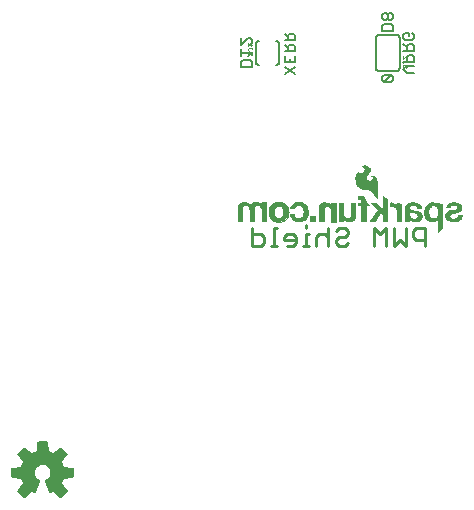
<source format=gbr>
G04 EAGLE Gerber RS-274X export*
G75*
%MOMM*%
%FSLAX34Y34*%
%LPD*%
%INSilkscreen Bottom*%
%IPPOS*%
%AMOC8*
5,1,8,0,0,1.08239X$1,22.5*%
G01*
%ADD10C,0.152400*%
%ADD11C,0.279400*%
%ADD12C,0.025400*%
%ADD13C,0.203200*%
%ADD14R,0.495300X0.485100*%

G36*
X22477Y29522D02*
X22477Y29522D01*
X22531Y29518D01*
X22634Y29536D01*
X22738Y29546D01*
X22790Y29565D01*
X22844Y29575D01*
X22939Y29618D01*
X23038Y29654D01*
X23083Y29685D01*
X23133Y29708D01*
X23264Y29801D01*
X29004Y34482D01*
X30836Y33538D01*
X30847Y33533D01*
X30858Y33527D01*
X30997Y33479D01*
X31134Y33429D01*
X31147Y33427D01*
X31159Y33423D01*
X31305Y33412D01*
X31451Y33397D01*
X31463Y33399D01*
X31476Y33398D01*
X31620Y33423D01*
X31765Y33445D01*
X31777Y33450D01*
X31789Y33453D01*
X31922Y33512D01*
X32058Y33570D01*
X32068Y33578D01*
X32079Y33583D01*
X32194Y33675D01*
X32310Y33764D01*
X32318Y33774D01*
X32327Y33782D01*
X32416Y33899D01*
X32506Y34014D01*
X32511Y34026D01*
X32519Y34036D01*
X32590Y34180D01*
X36235Y42980D01*
X36249Y43032D01*
X36272Y43081D01*
X36291Y43185D01*
X36319Y43287D01*
X36319Y43341D01*
X36329Y43394D01*
X36322Y43499D01*
X36324Y43605D01*
X36311Y43658D01*
X36307Y43711D01*
X36274Y43812D01*
X36249Y43914D01*
X36224Y43962D01*
X36207Y44013D01*
X36150Y44102D01*
X36101Y44195D01*
X36064Y44235D01*
X36035Y44281D01*
X35958Y44353D01*
X35887Y44431D01*
X35842Y44460D01*
X35802Y44497D01*
X35666Y44583D01*
X34347Y45295D01*
X33302Y46178D01*
X32460Y47255D01*
X31855Y48482D01*
X31513Y49806D01*
X31449Y51173D01*
X31666Y52523D01*
X32154Y53801D01*
X32422Y54220D01*
X32423Y54220D01*
X32892Y54952D01*
X33850Y55929D01*
X34988Y56689D01*
X36256Y57200D01*
X37602Y57442D01*
X38970Y57404D01*
X40300Y57087D01*
X41538Y56505D01*
X42631Y55683D01*
X43533Y54654D01*
X44206Y53464D01*
X44621Y52160D01*
X44762Y50797D01*
X44635Y49500D01*
X44256Y48250D01*
X43640Y47098D01*
X42812Y46089D01*
X41802Y45260D01*
X40540Y44585D01*
X40493Y44552D01*
X40442Y44527D01*
X40364Y44461D01*
X40280Y44402D01*
X40243Y44358D01*
X40200Y44321D01*
X40141Y44237D01*
X40075Y44159D01*
X40050Y44108D01*
X40017Y44061D01*
X39980Y43965D01*
X39936Y43873D01*
X39924Y43817D01*
X39904Y43764D01*
X39893Y43662D01*
X39872Y43561D01*
X39875Y43504D01*
X39869Y43448D01*
X39883Y43346D01*
X39888Y43244D01*
X39905Y43189D01*
X39913Y43133D01*
X39965Y42980D01*
X43610Y34180D01*
X43617Y34169D01*
X43620Y34157D01*
X43695Y34031D01*
X43768Y33904D01*
X43777Y33895D01*
X43783Y33884D01*
X43887Y33781D01*
X43989Y33676D01*
X44000Y33669D01*
X44009Y33660D01*
X44135Y33586D01*
X44260Y33509D01*
X44272Y33506D01*
X44283Y33499D01*
X44424Y33459D01*
X44564Y33416D01*
X44577Y33415D01*
X44589Y33412D01*
X44736Y33408D01*
X44882Y33401D01*
X44894Y33403D01*
X44907Y33403D01*
X45049Y33435D01*
X45193Y33465D01*
X45205Y33471D01*
X45217Y33473D01*
X45364Y33538D01*
X47196Y34482D01*
X52936Y29801D01*
X52983Y29772D01*
X53024Y29736D01*
X53117Y29688D01*
X53206Y29633D01*
X53258Y29616D01*
X53307Y29591D01*
X53409Y29568D01*
X53509Y29537D01*
X53564Y29534D01*
X53617Y29522D01*
X53722Y29525D01*
X53826Y29519D01*
X53880Y29530D01*
X53935Y29531D01*
X54036Y29560D01*
X54138Y29581D01*
X54188Y29604D01*
X54241Y29620D01*
X54331Y29673D01*
X54425Y29718D01*
X54467Y29753D01*
X54515Y29781D01*
X54636Y29888D01*
X59013Y34265D01*
X59046Y34308D01*
X59087Y34345D01*
X59143Y34433D01*
X59207Y34516D01*
X59229Y34566D01*
X59259Y34613D01*
X59292Y34712D01*
X59334Y34808D01*
X59342Y34862D01*
X59360Y34914D01*
X59367Y35018D01*
X59384Y35122D01*
X59378Y35177D01*
X59382Y35231D01*
X59364Y35334D01*
X59354Y35438D01*
X59335Y35490D01*
X59325Y35544D01*
X59282Y35639D01*
X59246Y35738D01*
X59215Y35783D01*
X59192Y35833D01*
X59099Y35964D01*
X54418Y41704D01*
X55362Y43536D01*
X55370Y43559D01*
X55383Y43581D01*
X55442Y43730D01*
X56070Y45693D01*
X63439Y46442D01*
X63493Y46455D01*
X63548Y46458D01*
X63647Y46490D01*
X63749Y46514D01*
X63798Y46539D01*
X63850Y46556D01*
X63939Y46612D01*
X64032Y46660D01*
X64073Y46697D01*
X64119Y46726D01*
X64191Y46803D01*
X64269Y46872D01*
X64299Y46918D01*
X64337Y46958D01*
X64388Y47050D01*
X64446Y47136D01*
X64464Y47188D01*
X64491Y47236D01*
X64517Y47338D01*
X64551Y47436D01*
X64556Y47491D01*
X64570Y47544D01*
X64580Y47705D01*
X64580Y53895D01*
X64573Y53950D01*
X64576Y54005D01*
X64554Y54107D01*
X64540Y54211D01*
X64520Y54262D01*
X64509Y54316D01*
X64462Y54409D01*
X64423Y54506D01*
X64391Y54551D01*
X64366Y54600D01*
X64298Y54679D01*
X64237Y54764D01*
X64194Y54799D01*
X64158Y54840D01*
X64072Y54900D01*
X63992Y54966D01*
X63942Y54990D01*
X63897Y55021D01*
X63798Y55057D01*
X63704Y55102D01*
X63650Y55112D01*
X63598Y55131D01*
X63439Y55158D01*
X56070Y55907D01*
X55442Y57870D01*
X55432Y57892D01*
X55426Y57916D01*
X55362Y58064D01*
X54418Y59896D01*
X59099Y65636D01*
X59128Y65683D01*
X59164Y65724D01*
X59212Y65817D01*
X59267Y65906D01*
X59284Y65958D01*
X59309Y66007D01*
X59332Y66109D01*
X59363Y66209D01*
X59366Y66264D01*
X59379Y66317D01*
X59375Y66422D01*
X59381Y66526D01*
X59371Y66580D01*
X59369Y66635D01*
X59340Y66736D01*
X59320Y66838D01*
X59296Y66888D01*
X59280Y66941D01*
X59227Y67031D01*
X59182Y67125D01*
X59147Y67167D01*
X59119Y67215D01*
X59013Y67336D01*
X54636Y71713D01*
X54592Y71746D01*
X54555Y71787D01*
X54467Y71843D01*
X54384Y71907D01*
X54334Y71929D01*
X54287Y71959D01*
X54188Y71992D01*
X54092Y72034D01*
X54038Y72042D01*
X53986Y72060D01*
X53882Y72067D01*
X53778Y72084D01*
X53723Y72078D01*
X53669Y72082D01*
X53566Y72064D01*
X53462Y72054D01*
X53410Y72035D01*
X53356Y72025D01*
X53261Y71982D01*
X53162Y71946D01*
X53117Y71915D01*
X53067Y71892D01*
X52936Y71799D01*
X47196Y67118D01*
X45364Y68062D01*
X45341Y68070D01*
X45320Y68083D01*
X45170Y68142D01*
X43207Y68770D01*
X42458Y76139D01*
X42445Y76193D01*
X42442Y76248D01*
X42410Y76347D01*
X42386Y76449D01*
X42361Y76498D01*
X42344Y76550D01*
X42288Y76639D01*
X42240Y76732D01*
X42203Y76773D01*
X42174Y76819D01*
X42097Y76891D01*
X42028Y76969D01*
X41982Y76999D01*
X41942Y77037D01*
X41850Y77088D01*
X41764Y77146D01*
X41712Y77164D01*
X41664Y77191D01*
X41563Y77217D01*
X41464Y77251D01*
X41409Y77256D01*
X41356Y77270D01*
X41195Y77280D01*
X35005Y77280D01*
X34950Y77273D01*
X34895Y77276D01*
X34793Y77254D01*
X34689Y77240D01*
X34638Y77220D01*
X34585Y77209D01*
X34491Y77162D01*
X34394Y77123D01*
X34349Y77091D01*
X34300Y77066D01*
X34221Y76998D01*
X34136Y76937D01*
X34101Y76894D01*
X34060Y76858D01*
X34000Y76772D01*
X33934Y76692D01*
X33910Y76642D01*
X33879Y76597D01*
X33843Y76498D01*
X33798Y76404D01*
X33788Y76350D01*
X33769Y76298D01*
X33742Y76139D01*
X32993Y68770D01*
X31030Y68142D01*
X31008Y68132D01*
X30984Y68126D01*
X30836Y68062D01*
X29004Y67118D01*
X23264Y71799D01*
X23217Y71828D01*
X23176Y71864D01*
X23083Y71912D01*
X22994Y71967D01*
X22942Y71984D01*
X22893Y72009D01*
X22791Y72032D01*
X22691Y72063D01*
X22636Y72066D01*
X22583Y72079D01*
X22478Y72075D01*
X22374Y72081D01*
X22320Y72071D01*
X22265Y72069D01*
X22164Y72040D01*
X22062Y72020D01*
X22012Y71996D01*
X21959Y71980D01*
X21869Y71927D01*
X21775Y71882D01*
X21733Y71847D01*
X21685Y71819D01*
X21565Y71713D01*
X17188Y67336D01*
X17154Y67292D01*
X17113Y67255D01*
X17057Y67167D01*
X16993Y67084D01*
X16971Y67034D01*
X16941Y66987D01*
X16908Y66888D01*
X16866Y66792D01*
X16858Y66738D01*
X16840Y66686D01*
X16833Y66582D01*
X16816Y66478D01*
X16822Y66423D01*
X16818Y66369D01*
X16836Y66266D01*
X16846Y66162D01*
X16865Y66110D01*
X16875Y66056D01*
X16918Y65961D01*
X16954Y65862D01*
X16985Y65817D01*
X17008Y65767D01*
X17101Y65636D01*
X21782Y59896D01*
X20838Y58064D01*
X20830Y58041D01*
X20817Y58020D01*
X20758Y57870D01*
X20130Y55907D01*
X12761Y55158D01*
X12707Y55145D01*
X12652Y55142D01*
X12553Y55110D01*
X12451Y55086D01*
X12402Y55061D01*
X12350Y55044D01*
X12261Y54988D01*
X12168Y54940D01*
X12127Y54903D01*
X12081Y54874D01*
X12009Y54797D01*
X11931Y54728D01*
X11901Y54682D01*
X11863Y54642D01*
X11812Y54550D01*
X11754Y54464D01*
X11736Y54412D01*
X11709Y54364D01*
X11683Y54263D01*
X11649Y54164D01*
X11644Y54109D01*
X11630Y54056D01*
X11620Y53895D01*
X11620Y47705D01*
X11627Y47650D01*
X11625Y47595D01*
X11647Y47493D01*
X11660Y47389D01*
X11680Y47338D01*
X11691Y47285D01*
X11738Y47191D01*
X11777Y47094D01*
X11809Y47049D01*
X11834Y47000D01*
X11902Y46921D01*
X11963Y46836D01*
X12006Y46801D01*
X12042Y46760D01*
X12128Y46700D01*
X12208Y46634D01*
X12258Y46610D01*
X12304Y46579D01*
X12402Y46543D01*
X12496Y46498D01*
X12550Y46488D01*
X12602Y46469D01*
X12761Y46442D01*
X20130Y45693D01*
X20758Y43730D01*
X20768Y43708D01*
X20774Y43684D01*
X20838Y43536D01*
X21782Y41704D01*
X17101Y35964D01*
X17072Y35917D01*
X17036Y35876D01*
X16988Y35783D01*
X16933Y35694D01*
X16916Y35642D01*
X16891Y35593D01*
X16868Y35491D01*
X16837Y35391D01*
X16834Y35336D01*
X16822Y35283D01*
X16825Y35178D01*
X16819Y35074D01*
X16830Y35020D01*
X16831Y34965D01*
X16860Y34864D01*
X16881Y34762D01*
X16904Y34712D01*
X16920Y34659D01*
X16973Y34569D01*
X17018Y34475D01*
X17053Y34433D01*
X17081Y34385D01*
X17188Y34265D01*
X21565Y29888D01*
X21608Y29854D01*
X21645Y29813D01*
X21733Y29757D01*
X21816Y29693D01*
X21866Y29671D01*
X21913Y29641D01*
X22012Y29608D01*
X22108Y29566D01*
X22162Y29558D01*
X22214Y29540D01*
X22318Y29533D01*
X22422Y29516D01*
X22477Y29522D01*
G37*
G36*
X321634Y282747D02*
X321634Y282747D01*
X321676Y282762D01*
X321678Y282767D01*
X321682Y282769D01*
X321711Y282842D01*
X321715Y282853D01*
X321715Y282854D01*
X321715Y298018D01*
X321713Y298023D01*
X321715Y298029D01*
X321645Y298860D01*
X321639Y298871D01*
X321640Y298886D01*
X321400Y299685D01*
X321392Y299695D01*
X321390Y299709D01*
X320989Y300441D01*
X320979Y300449D01*
X320974Y300462D01*
X320504Y301012D01*
X320493Y301017D01*
X320486Y301029D01*
X319916Y301474D01*
X319904Y301477D01*
X319894Y301487D01*
X319246Y301808D01*
X319234Y301809D01*
X319222Y301817D01*
X318523Y302001D01*
X318512Y302000D01*
X318501Y302005D01*
X317561Y302078D01*
X317552Y302075D01*
X317541Y302078D01*
X316601Y302005D01*
X316597Y302003D01*
X316591Y302004D01*
X316108Y301928D01*
X316069Y301903D01*
X316029Y301882D01*
X316028Y301878D01*
X316025Y301876D01*
X316015Y301831D01*
X316003Y301787D01*
X316005Y301783D01*
X316004Y301779D01*
X316029Y301741D01*
X316053Y301702D01*
X316057Y301701D01*
X316059Y301698D01*
X316100Y301689D01*
X316140Y301677D01*
X316298Y301693D01*
X316436Y301665D01*
X316569Y301594D01*
X317393Y300995D01*
X317511Y300881D01*
X317583Y300743D01*
X317676Y300328D01*
X317676Y299900D01*
X317583Y299484D01*
X317377Y299080D01*
X317064Y298752D01*
X316458Y298387D01*
X315780Y298180D01*
X315069Y298145D01*
X314459Y298242D01*
X313873Y298440D01*
X313330Y298733D01*
X312905Y299098D01*
X312590Y299558D01*
X312404Y300083D01*
X312361Y300639D01*
X312463Y301187D01*
X312703Y301690D01*
X313073Y302125D01*
X313271Y302335D01*
X313866Y302966D01*
X314461Y303597D01*
X314526Y303666D01*
X314529Y303676D01*
X314538Y303682D01*
X315725Y305440D01*
X315727Y305453D01*
X315737Y305463D01*
X316017Y306151D01*
X316016Y306166D01*
X316025Y306181D01*
X316124Y306916D01*
X316120Y306931D01*
X316125Y306948D01*
X316038Y307685D01*
X316030Y307698D01*
X316030Y307716D01*
X315763Y308408D01*
X315752Y308419D01*
X315748Y308436D01*
X315317Y309039D01*
X315307Y309046D01*
X315301Y309058D01*
X314605Y309716D01*
X314597Y309719D01*
X314592Y309727D01*
X313815Y310287D01*
X313805Y310290D01*
X313797Y310298D01*
X313017Y310686D01*
X313005Y310687D01*
X312994Y310695D01*
X312154Y310926D01*
X312142Y310925D01*
X312130Y310931D01*
X311262Y310997D01*
X311252Y310993D01*
X311240Y310997D01*
X310340Y310911D01*
X310331Y310907D01*
X310321Y310908D01*
X309443Y310688D01*
X309435Y310682D01*
X309423Y310681D01*
X309195Y310580D01*
X308839Y310428D01*
X308838Y310428D01*
X308334Y310207D01*
X308324Y310196D01*
X308307Y310191D01*
X307872Y309853D01*
X307869Y309846D01*
X307861Y309842D01*
X307836Y309817D01*
X307833Y309816D01*
X307798Y309724D01*
X307839Y309635D01*
X307924Y309602D01*
X308527Y309602D01*
X309038Y309545D01*
X309528Y309406D01*
X310009Y309151D01*
X310404Y308781D01*
X310690Y308321D01*
X310847Y307802D01*
X310859Y307499D01*
X310800Y307199D01*
X310594Y306705D01*
X310311Y306247D01*
X309960Y305837D01*
X309548Y305483D01*
X308646Y304832D01*
X308158Y304583D01*
X307629Y304485D01*
X307090Y304543D01*
X306916Y304608D01*
X306555Y304857D01*
X306281Y305196D01*
X306237Y305299D01*
X306221Y305419D01*
X306221Y306299D01*
X306204Y306340D01*
X306190Y306382D01*
X306185Y306385D01*
X306183Y306390D01*
X306142Y306406D01*
X306102Y306425D01*
X306096Y306423D01*
X306091Y306425D01*
X306064Y306413D01*
X306015Y306397D01*
X304889Y305476D01*
X304883Y305464D01*
X304871Y305457D01*
X303964Y304320D01*
X303961Y304309D01*
X303952Y304301D01*
X303450Y303367D01*
X303449Y303357D01*
X303443Y303349D01*
X303085Y302352D01*
X303085Y302342D01*
X303080Y302333D01*
X302873Y301294D01*
X302875Y301284D01*
X302874Y301282D01*
X302875Y301282D01*
X302871Y301273D01*
X302811Y299345D01*
X302815Y299334D01*
X302812Y299322D01*
X303100Y297415D01*
X303106Y297405D01*
X303106Y297393D01*
X303734Y295569D01*
X303741Y295560D01*
X303743Y295548D01*
X304690Y293867D01*
X304698Y293861D01*
X304701Y293850D01*
X305586Y292743D01*
X305593Y292740D01*
X305595Y292734D01*
X305596Y292734D01*
X305598Y292730D01*
X306629Y291758D01*
X306637Y291755D01*
X306643Y291747D01*
X307800Y290930D01*
X307810Y290928D01*
X307818Y290920D01*
X309048Y290320D01*
X309059Y290319D01*
X309069Y290311D01*
X310388Y289943D01*
X310399Y289945D01*
X310410Y289939D01*
X311774Y289815D01*
X311779Y289817D01*
X311785Y289815D01*
X314060Y289815D01*
X314428Y289750D01*
X314779Y289623D01*
X315769Y289034D01*
X316623Y288252D01*
X321495Y282770D01*
X321499Y282768D01*
X321501Y282763D01*
X321543Y282747D01*
X321584Y282728D01*
X321588Y282730D01*
X321593Y282728D01*
X321634Y282747D01*
G37*
G36*
X373001Y254053D02*
X373001Y254053D01*
X373003Y254052D01*
X373024Y254061D01*
X373084Y254084D01*
X377224Y257818D01*
X377226Y257824D01*
X377232Y257827D01*
X377256Y257887D01*
X377265Y257908D01*
X377264Y257910D01*
X377265Y257912D01*
X377265Y278486D01*
X377250Y278523D01*
X377240Y278562D01*
X377231Y278568D01*
X377227Y278577D01*
X377199Y278588D01*
X377163Y278610D01*
X373277Y279346D01*
X373262Y279343D01*
X373247Y279348D01*
X373215Y279333D01*
X373180Y279325D01*
X373172Y279312D01*
X373159Y279306D01*
X373144Y279267D01*
X373128Y279242D01*
X373131Y279231D01*
X373127Y279220D01*
X373151Y277303D01*
X373017Y277452D01*
X373016Y277453D01*
X373016Y277454D01*
X372127Y278419D01*
X372121Y278421D01*
X372117Y278428D01*
X371774Y278729D01*
X371763Y278733D01*
X371755Y278743D01*
X371361Y278976D01*
X371352Y278977D01*
X371344Y278984D01*
X370023Y279517D01*
X370012Y279517D01*
X370002Y279524D01*
X369520Y279626D01*
X369508Y279623D01*
X369496Y279628D01*
X367515Y279653D01*
X367504Y279649D01*
X367492Y279651D01*
X366407Y279468D01*
X366397Y279461D01*
X366383Y279461D01*
X365358Y279061D01*
X365351Y279053D01*
X365339Y279051D01*
X364437Y278510D01*
X364432Y278504D01*
X364423Y278501D01*
X363599Y277848D01*
X363593Y277838D01*
X363583Y277833D01*
X362791Y276943D01*
X362787Y276930D01*
X362775Y276921D01*
X362196Y275880D01*
X362194Y275868D01*
X362186Y275857D01*
X361512Y273744D01*
X361513Y273733D01*
X361507Y273722D01*
X361224Y271522D01*
X361227Y271511D01*
X361223Y271499D01*
X361341Y269284D01*
X361346Y269274D01*
X361344Y269262D01*
X361667Y267886D01*
X361674Y267877D01*
X361674Y267865D01*
X362230Y266565D01*
X362238Y266557D01*
X362240Y266546D01*
X363012Y265361D01*
X363021Y265355D01*
X363026Y265344D01*
X363683Y264637D01*
X363693Y264633D01*
X363699Y264623D01*
X364467Y264038D01*
X364478Y264036D01*
X364485Y264027D01*
X365341Y263581D01*
X365352Y263580D01*
X365361Y263572D01*
X366280Y263278D01*
X366290Y263279D01*
X366300Y263273D01*
X367512Y263084D01*
X367521Y263086D01*
X367530Y263083D01*
X368757Y263066D01*
X368765Y263069D01*
X368775Y263067D01*
X369992Y263222D01*
X370002Y263227D01*
X370014Y263227D01*
X370858Y263491D01*
X370868Y263499D01*
X370883Y263502D01*
X371652Y263939D01*
X371660Y263949D01*
X371674Y263954D01*
X372334Y264544D01*
X372340Y264556D01*
X372352Y264564D01*
X372872Y265280D01*
X372873Y265282D01*
X372873Y254178D01*
X372891Y254134D01*
X372908Y254091D01*
X372910Y254090D01*
X372911Y254087D01*
X372955Y254070D01*
X372999Y254052D01*
X373001Y254053D01*
G37*
G36*
X207571Y263400D02*
X207571Y263400D01*
X207573Y263399D01*
X207616Y263419D01*
X207660Y263437D01*
X207660Y263439D01*
X207662Y263440D01*
X207695Y263525D01*
X207695Y273804D01*
X207802Y274684D01*
X208114Y275506D01*
X208375Y275890D01*
X208718Y276203D01*
X209124Y276429D01*
X209572Y276557D01*
X210476Y276625D01*
X211379Y276533D01*
X211789Y276407D01*
X212161Y276197D01*
X212176Y276183D01*
X212317Y276057D01*
X212457Y275930D01*
X212479Y275911D01*
X212864Y275383D01*
X213137Y274788D01*
X213286Y274149D01*
X213361Y273046D01*
X213361Y263525D01*
X213362Y263523D01*
X213361Y263521D01*
X213381Y263478D01*
X213399Y263434D01*
X213401Y263434D01*
X213402Y263432D01*
X213487Y263399D01*
X217805Y263399D01*
X217807Y263400D01*
X217809Y263399D01*
X217852Y263419D01*
X217896Y263437D01*
X217896Y263439D01*
X217898Y263440D01*
X217931Y263525D01*
X217931Y274084D01*
X218011Y274747D01*
X218242Y275366D01*
X218612Y275913D01*
X218959Y276231D01*
X219368Y276464D01*
X219818Y276600D01*
X220295Y276632D01*
X221143Y276582D01*
X221583Y276500D01*
X221987Y276322D01*
X222342Y276056D01*
X223161Y275112D01*
X223445Y274574D01*
X223576Y273983D01*
X223546Y273361D01*
X223547Y273358D01*
X223546Y273355D01*
X223546Y263550D01*
X223547Y263548D01*
X223546Y263546D01*
X223566Y263503D01*
X223584Y263459D01*
X223586Y263459D01*
X223587Y263457D01*
X223672Y263424D01*
X227990Y263424D01*
X227992Y263425D01*
X227994Y263424D01*
X228037Y263444D01*
X228081Y263462D01*
X228081Y263464D01*
X228083Y263465D01*
X228116Y263550D01*
X228116Y279603D01*
X228115Y279605D01*
X228116Y279607D01*
X228096Y279650D01*
X228078Y279694D01*
X228076Y279694D01*
X228075Y279696D01*
X227990Y279729D01*
X224003Y279729D01*
X224001Y279728D01*
X223999Y279729D01*
X223956Y279709D01*
X223912Y279691D01*
X223912Y279689D01*
X223910Y279688D01*
X223877Y279603D01*
X223877Y277550D01*
X223846Y277557D01*
X223544Y277953D01*
X223538Y277956D01*
X223535Y277964D01*
X222773Y278751D01*
X222765Y278754D01*
X222761Y278761D01*
X221999Y279373D01*
X221985Y279377D01*
X221973Y279390D01*
X221083Y279794D01*
X221071Y279794D01*
X221060Y279802D01*
X219968Y280056D01*
X219959Y280055D01*
X219951Y280059D01*
X218579Y280186D01*
X218569Y280183D01*
X218558Y280186D01*
X217601Y280117D01*
X217590Y280111D01*
X217576Y280112D01*
X216653Y279852D01*
X216643Y279844D01*
X216630Y279842D01*
X215840Y279439D01*
X215832Y279430D01*
X215819Y279426D01*
X215121Y278880D01*
X215115Y278869D01*
X215103Y278863D01*
X214521Y278194D01*
X214518Y278182D01*
X214507Y278174D01*
X214127Y277516D01*
X214085Y277558D01*
X213630Y278039D01*
X213627Y278040D01*
X213626Y278043D01*
X212838Y278802D01*
X212829Y278805D01*
X212824Y278814D01*
X211935Y279452D01*
X211924Y279454D01*
X211916Y279462D01*
X211111Y279856D01*
X211099Y279856D01*
X211088Y279864D01*
X210223Y280096D01*
X210211Y280094D01*
X210199Y280100D01*
X209305Y280161D01*
X209296Y280158D01*
X209285Y280161D01*
X208006Y280054D01*
X207999Y280050D01*
X207992Y280052D01*
X206732Y279803D01*
X206723Y279797D01*
X206711Y279797D01*
X205845Y279471D01*
X205835Y279461D01*
X205820Y279458D01*
X205046Y278951D01*
X205039Y278939D01*
X205025Y278933D01*
X204379Y278269D01*
X204376Y278259D01*
X204372Y278258D01*
X204371Y278254D01*
X204363Y278248D01*
X203775Y277309D01*
X203773Y277296D01*
X203763Y277286D01*
X203377Y276247D01*
X203378Y276234D01*
X203371Y276222D01*
X203202Y275126D01*
X203205Y275117D01*
X203201Y275107D01*
X203201Y263525D01*
X203202Y263523D01*
X203201Y263521D01*
X203221Y263478D01*
X203239Y263434D01*
X203241Y263434D01*
X203242Y263432D01*
X203327Y263399D01*
X207569Y263399D01*
X207571Y263400D01*
G37*
G36*
X355451Y263069D02*
X355451Y263069D01*
X355462Y263074D01*
X355476Y263072D01*
X356848Y263380D01*
X356859Y263388D01*
X356874Y263389D01*
X358143Y263995D01*
X358152Y264005D01*
X358166Y264009D01*
X358614Y264351D01*
X358620Y264361D01*
X358632Y264367D01*
X359009Y264787D01*
X359013Y264798D01*
X359023Y264806D01*
X359315Y265289D01*
X359317Y265300D01*
X359325Y265310D01*
X359698Y266303D01*
X359698Y266314D01*
X359704Y266325D01*
X359893Y267369D01*
X359890Y267380D01*
X359895Y267392D01*
X359892Y268453D01*
X359889Y268460D01*
X359891Y268463D01*
X359888Y268470D01*
X359889Y268480D01*
X359683Y269421D01*
X359674Y269433D01*
X359673Y269450D01*
X359244Y270312D01*
X359234Y270321D01*
X359229Y270336D01*
X358731Y270945D01*
X358726Y270948D01*
X358724Y270952D01*
X358718Y270954D01*
X358713Y270963D01*
X358103Y271461D01*
X358091Y271464D01*
X358082Y271475D01*
X357386Y271841D01*
X357375Y271842D01*
X357366Y271849D01*
X355881Y272333D01*
X355873Y272332D01*
X355864Y272337D01*
X354327Y272615D01*
X354323Y272614D01*
X354318Y272617D01*
X352112Y272845D01*
X350806Y273071D01*
X350337Y273236D01*
X349909Y273482D01*
X349625Y273743D01*
X349565Y273830D01*
X349523Y273927D01*
X349412Y274448D01*
X349412Y274979D01*
X349523Y275500D01*
X349662Y275814D01*
X349861Y276093D01*
X350114Y276327D01*
X350428Y276520D01*
X350774Y276648D01*
X351143Y276709D01*
X352498Y276759D01*
X353085Y276705D01*
X353646Y276540D01*
X354110Y276285D01*
X354500Y275929D01*
X354795Y275491D01*
X354979Y274996D01*
X355042Y274465D01*
X355042Y274422D01*
X355043Y274420D01*
X355042Y274418D01*
X355062Y274375D01*
X355080Y274331D01*
X355082Y274331D01*
X355083Y274329D01*
X355168Y274296D01*
X359309Y274296D01*
X359310Y274294D01*
X359352Y274284D01*
X359394Y274270D01*
X359400Y274273D01*
X359406Y274272D01*
X359431Y274288D01*
X359476Y274309D01*
X359501Y274334D01*
X359501Y274335D01*
X359517Y274377D01*
X359536Y274426D01*
X359536Y274427D01*
X359516Y274469D01*
X359497Y274512D01*
X359375Y275403D01*
X359369Y275414D01*
X359369Y275429D01*
X359035Y276370D01*
X359026Y276380D01*
X359023Y276394D01*
X358504Y277247D01*
X358493Y277255D01*
X358488Y277268D01*
X357805Y277998D01*
X357793Y278003D01*
X357785Y278015D01*
X356968Y278589D01*
X356956Y278592D01*
X356947Y278601D01*
X355789Y279130D01*
X355779Y279130D01*
X355770Y279137D01*
X354541Y279471D01*
X354532Y279470D01*
X354523Y279474D01*
X352783Y279688D01*
X352775Y279685D01*
X352767Y279688D01*
X351013Y279680D01*
X351006Y279677D01*
X350997Y279679D01*
X349258Y279449D01*
X349250Y279444D01*
X349239Y279445D01*
X347825Y279020D01*
X347816Y279012D01*
X347802Y279011D01*
X346499Y278317D01*
X346490Y278307D01*
X346476Y278302D01*
X345914Y277819D01*
X345907Y277805D01*
X345893Y277796D01*
X345466Y277191D01*
X345463Y277176D01*
X345451Y277164D01*
X345184Y276473D01*
X345185Y276458D01*
X345177Y276443D01*
X345086Y275708D01*
X345088Y275700D01*
X345085Y275692D01*
X345085Y270866D01*
X345086Y270864D01*
X345085Y270862D01*
X345092Y270847D01*
X345060Y270763D01*
X345085Y266425D01*
X344983Y265088D01*
X344634Y263793D01*
X344560Y263594D01*
X344561Y263569D01*
X344552Y263546D01*
X344563Y263522D01*
X344564Y263496D01*
X344583Y263479D01*
X344593Y263457D01*
X344620Y263446D01*
X344638Y263430D01*
X344657Y263432D01*
X344678Y263424D01*
X348712Y263424D01*
X348748Y263421D01*
X348776Y263430D01*
X348816Y263434D01*
X348853Y263453D01*
X348872Y263475D01*
X348904Y263499D01*
X348926Y263535D01*
X348928Y263552D01*
X348940Y263568D01*
X349016Y263848D01*
X349015Y263851D01*
X349017Y263854D01*
X349244Y264883D01*
X349254Y264906D01*
X349260Y264912D01*
X349268Y264914D01*
X349277Y264913D01*
X349301Y264897D01*
X350128Y264194D01*
X350139Y264190D01*
X350148Y264180D01*
X351099Y263640D01*
X351110Y263639D01*
X351120Y263631D01*
X352155Y263278D01*
X352167Y263279D01*
X352177Y263273D01*
X353795Y263032D01*
X353805Y263035D01*
X353816Y263031D01*
X355451Y263069D01*
G37*
G36*
X330584Y263298D02*
X330584Y263298D01*
X330587Y263297D01*
X330670Y263334D01*
X330721Y263385D01*
X330723Y263388D01*
X330725Y263389D01*
X330758Y263474D01*
X330758Y282804D01*
X330750Y282823D01*
X330752Y282843D01*
X330731Y282870D01*
X330720Y282895D01*
X330706Y282900D01*
X330695Y282914D01*
X326555Y285276D01*
X326520Y285280D01*
X326488Y285292D01*
X326473Y285285D01*
X326457Y285287D01*
X326430Y285265D01*
X326399Y285251D01*
X326392Y285235D01*
X326380Y285225D01*
X326378Y285198D01*
X326366Y285166D01*
X326366Y273736D01*
X320891Y279210D01*
X320888Y279212D01*
X320887Y279214D01*
X320802Y279247D01*
X316128Y279247D01*
X316126Y279247D01*
X316125Y279247D01*
X316081Y279227D01*
X316037Y279209D01*
X316037Y279207D01*
X316035Y279206D01*
X316019Y279162D01*
X316002Y279117D01*
X316003Y279115D01*
X316002Y279114D01*
X316040Y279031D01*
X321731Y273465D01*
X315134Y263570D01*
X315127Y263532D01*
X315113Y263495D01*
X315118Y263485D01*
X315116Y263473D01*
X315138Y263442D01*
X315155Y263406D01*
X315166Y263402D01*
X315172Y263393D01*
X315202Y263388D01*
X315240Y263374D01*
X320320Y263399D01*
X320337Y263406D01*
X320355Y263404D01*
X320384Y263426D01*
X320410Y263438D01*
X320415Y263450D01*
X320427Y263460D01*
X324660Y270438D01*
X326315Y268831D01*
X326315Y263423D01*
X326316Y263421D01*
X326315Y263419D01*
X326335Y263376D01*
X326353Y263332D01*
X326355Y263332D01*
X326356Y263330D01*
X326441Y263297D01*
X330581Y263297D01*
X330584Y263298D01*
G37*
G36*
X299016Y262997D02*
X299016Y262997D01*
X299027Y262994D01*
X300060Y263141D01*
X300071Y263147D01*
X300084Y263147D01*
X301070Y263490D01*
X301079Y263498D01*
X301092Y263500D01*
X301994Y264026D01*
X302001Y264036D01*
X302014Y264041D01*
X302268Y264269D01*
X302274Y264280D01*
X302285Y264288D01*
X302946Y265173D01*
X302948Y265184D01*
X302958Y265193D01*
X303446Y266183D01*
X303446Y266195D01*
X303454Y266205D01*
X303754Y267268D01*
X303752Y267279D01*
X303758Y267291D01*
X303859Y268390D01*
X303857Y268396D01*
X303859Y268402D01*
X303859Y279197D01*
X303858Y279199D01*
X303859Y279201D01*
X303839Y279244D01*
X303821Y279288D01*
X303819Y279288D01*
X303818Y279290D01*
X303733Y279323D01*
X299593Y279323D01*
X299591Y279322D01*
X299589Y279323D01*
X299546Y279303D01*
X299502Y279285D01*
X299502Y279283D01*
X299500Y279282D01*
X299467Y279197D01*
X299467Y269200D01*
X299318Y268370D01*
X298975Y267602D01*
X298703Y267240D01*
X298362Y266939D01*
X297967Y266714D01*
X297278Y266491D01*
X296559Y266411D01*
X295838Y266478D01*
X295147Y266690D01*
X294637Y266978D01*
X294206Y267375D01*
X293879Y267860D01*
X293670Y268410D01*
X293445Y269614D01*
X293369Y270844D01*
X293369Y279146D01*
X293368Y279148D01*
X293369Y279150D01*
X293349Y279193D01*
X293331Y279237D01*
X293329Y279237D01*
X293328Y279239D01*
X293243Y279272D01*
X289027Y279272D01*
X289025Y279271D01*
X289023Y279272D01*
X288980Y279252D01*
X288936Y279234D01*
X288936Y279232D01*
X288934Y279231D01*
X288901Y279146D01*
X288901Y263525D01*
X288902Y263523D01*
X288901Y263521D01*
X288921Y263478D01*
X288939Y263434D01*
X288941Y263434D01*
X288942Y263432D01*
X289027Y263399D01*
X293040Y263399D01*
X293042Y263400D01*
X293044Y263399D01*
X293087Y263419D01*
X293131Y263437D01*
X293131Y263439D01*
X293133Y263440D01*
X293166Y263525D01*
X293166Y265582D01*
X293673Y264941D01*
X293681Y264937D01*
X293685Y264928D01*
X294512Y264143D01*
X294521Y264140D01*
X294526Y264132D01*
X295456Y263473D01*
X295465Y263471D01*
X295473Y263463D01*
X295718Y263341D01*
X295729Y263340D01*
X295738Y263333D01*
X296000Y263252D01*
X296009Y263253D01*
X296018Y263248D01*
X297496Y263025D01*
X297504Y263027D01*
X297512Y263023D01*
X299006Y262993D01*
X299016Y262997D01*
G37*
G36*
X286539Y263324D02*
X286539Y263324D01*
X286541Y263323D01*
X286584Y263343D01*
X286628Y263361D01*
X286628Y263363D01*
X286630Y263364D01*
X286663Y263449D01*
X286663Y279171D01*
X286662Y279173D01*
X286663Y279175D01*
X286643Y279218D01*
X286625Y279262D01*
X286623Y279262D01*
X286622Y279264D01*
X286537Y279297D01*
X282499Y279297D01*
X282497Y279296D01*
X282495Y279297D01*
X282452Y279277D01*
X282408Y279259D01*
X282408Y279257D01*
X282406Y279256D01*
X282373Y279171D01*
X282373Y277103D01*
X282331Y277132D01*
X282217Y277268D01*
X281940Y277646D01*
X281936Y277648D01*
X281934Y277653D01*
X281532Y278126D01*
X281525Y278130D01*
X281521Y278138D01*
X281326Y278314D01*
X281186Y278440D01*
X281060Y278554D01*
X281050Y278557D01*
X281042Y278567D01*
X280144Y279134D01*
X280131Y279137D01*
X280120Y279146D01*
X279124Y279515D01*
X279111Y279515D01*
X279098Y279522D01*
X278046Y279677D01*
X278036Y279674D01*
X278025Y279678D01*
X276019Y279628D01*
X276009Y279624D01*
X275996Y279626D01*
X275019Y279420D01*
X275007Y279412D01*
X274991Y279411D01*
X274086Y278989D01*
X274077Y278978D01*
X274062Y278974D01*
X273277Y278356D01*
X273271Y278345D01*
X273259Y278339D01*
X272770Y277764D01*
X272767Y277753D01*
X272757Y277746D01*
X272373Y277097D01*
X272371Y277086D01*
X272363Y277077D01*
X272094Y276372D01*
X272094Y276363D01*
X272089Y276354D01*
X271849Y275247D01*
X271851Y275238D01*
X271847Y275230D01*
X271756Y274101D01*
X271758Y274096D01*
X271756Y274091D01*
X271756Y263550D01*
X271757Y263548D01*
X271756Y263546D01*
X271776Y263503D01*
X271794Y263459D01*
X271796Y263459D01*
X271797Y263457D01*
X271882Y263424D01*
X275971Y263424D01*
X275973Y263425D01*
X275975Y263424D01*
X276018Y263444D01*
X276062Y263462D01*
X276062Y263464D01*
X276064Y263465D01*
X276097Y263550D01*
X276097Y273196D01*
X276162Y273914D01*
X276353Y274602D01*
X276663Y275244D01*
X276959Y275631D01*
X277333Y275940D01*
X277768Y276157D01*
X278068Y276234D01*
X278384Y276251D01*
X279489Y276201D01*
X280045Y276114D01*
X280561Y275910D01*
X281018Y275596D01*
X281535Y275027D01*
X281898Y274348D01*
X282115Y273598D01*
X282195Y272815D01*
X282195Y263449D01*
X282196Y263447D01*
X282195Y263445D01*
X282215Y263402D01*
X282233Y263358D01*
X282235Y263358D01*
X282236Y263356D01*
X282321Y263323D01*
X286537Y263323D01*
X286539Y263324D01*
G37*
G36*
X238253Y263252D02*
X238253Y263252D01*
X238269Y263248D01*
X241266Y263654D01*
X241287Y263666D01*
X241316Y263672D01*
X244161Y265450D01*
X244175Y265471D01*
X244200Y265489D01*
X245800Y267978D01*
X245804Y268001D01*
X245819Y268026D01*
X246429Y271912D01*
X246423Y271934D01*
X246427Y271960D01*
X245614Y275516D01*
X245599Y275537D01*
X245590Y275566D01*
X243456Y278284D01*
X243434Y278296D01*
X243413Y278319D01*
X240035Y279996D01*
X240015Y279997D01*
X239994Y280008D01*
X238521Y280185D01*
X238514Y280183D01*
X238506Y280186D01*
X238455Y280186D01*
X238435Y280178D01*
X238409Y280177D01*
X238282Y280127D01*
X238261Y280107D01*
X238235Y280095D01*
X238226Y280073D01*
X238211Y280059D01*
X238212Y280035D01*
X238202Y280010D01*
X238202Y277089D01*
X238219Y277049D01*
X238231Y277008D01*
X238238Y277004D01*
X238240Y276998D01*
X238268Y276987D01*
X238311Y276964D01*
X239406Y276814D01*
X240554Y276179D01*
X241342Y275095D01*
X241738Y274206D01*
X242012Y272732D01*
X242063Y270873D01*
X241888Y269625D01*
X241513Y268476D01*
X240975Y267449D01*
X239327Y266441D01*
X237579Y266219D01*
X235828Y266811D01*
X235758Y266875D01*
X235480Y267128D01*
X235202Y267380D01*
X235063Y267506D01*
X234786Y267759D01*
X234785Y267759D01*
X234749Y267792D01*
X234206Y269002D01*
X233831Y270550D01*
X233831Y271975D01*
X234082Y273904D01*
X234826Y275516D01*
X235660Y276325D01*
X236613Y276838D01*
X237800Y276937D01*
X237896Y276937D01*
X237899Y276938D01*
X237902Y276937D01*
X237944Y276957D01*
X237987Y276975D01*
X237988Y276978D01*
X237991Y276980D01*
X238022Y277065D01*
X237996Y278653D01*
X237993Y278779D01*
X237993Y278780D01*
X237991Y278906D01*
X237989Y279032D01*
X237987Y279158D01*
X237985Y279284D01*
X237985Y279285D01*
X237983Y279411D01*
X237981Y279537D01*
X237979Y279663D01*
X237976Y279789D01*
X237976Y279790D01*
X237974Y279916D01*
X237972Y280037D01*
X237968Y280046D01*
X237971Y280055D01*
X237949Y280090D01*
X237932Y280127D01*
X237924Y280130D01*
X237919Y280138D01*
X237867Y280151D01*
X237840Y280161D01*
X237835Y280159D01*
X237830Y280160D01*
X235823Y279906D01*
X235812Y279900D01*
X235798Y279900D01*
X234172Y279341D01*
X234160Y279330D01*
X234141Y279326D01*
X232160Y277955D01*
X232152Y277942D01*
X232136Y277933D01*
X231044Y276663D01*
X231039Y276647D01*
X231025Y276632D01*
X229984Y274295D01*
X229983Y274278D01*
X229974Y274260D01*
X229694Y272075D01*
X229698Y272060D01*
X229694Y272044D01*
X229948Y269936D01*
X229952Y269928D01*
X229951Y269917D01*
X230637Y267453D01*
X230648Y267439D01*
X230652Y267420D01*
X231465Y266125D01*
X231477Y266116D01*
X231485Y266101D01*
X232679Y264958D01*
X232688Y264954D01*
X232693Y264946D01*
X233810Y264159D01*
X233827Y264155D01*
X233842Y264143D01*
X235696Y263508D01*
X235710Y263509D01*
X235724Y263501D01*
X238239Y263247D01*
X238253Y263252D01*
G37*
G36*
X386234Y263045D02*
X386234Y263045D01*
X386241Y263043D01*
X388807Y263221D01*
X388816Y263226D01*
X388826Y263224D01*
X389747Y263436D01*
X389758Y263444D01*
X389772Y263445D01*
X390629Y263842D01*
X390635Y263849D01*
X390644Y263851D01*
X391838Y264613D01*
X391843Y264619D01*
X391851Y264622D01*
X392366Y265053D01*
X392371Y265064D01*
X392383Y265070D01*
X392803Y265594D01*
X392807Y265605D01*
X392817Y265614D01*
X393126Y266210D01*
X393127Y266219D01*
X393134Y266227D01*
X393566Y267497D01*
X393565Y267507D01*
X393570Y267516D01*
X393672Y268100D01*
X393671Y268107D01*
X393674Y268113D01*
X393699Y268469D01*
X393698Y268473D01*
X393699Y268476D01*
X393698Y268478D01*
X393699Y268482D01*
X393687Y268508D01*
X393684Y268538D01*
X393683Y268539D01*
X393683Y268540D01*
X393672Y268549D01*
X393667Y268562D01*
X393661Y268565D01*
X393658Y268571D01*
X393628Y268583D01*
X393608Y268599D01*
X393606Y268599D01*
X393605Y268600D01*
X393590Y268599D01*
X393578Y268604D01*
X393576Y268603D01*
X393573Y268604D01*
X389712Y268604D01*
X389710Y268603D01*
X389708Y268604D01*
X389665Y268584D01*
X389621Y268566D01*
X389621Y268564D01*
X389619Y268563D01*
X389586Y268478D01*
X389586Y268431D01*
X389557Y267934D01*
X389411Y267472D01*
X389155Y267058D01*
X389051Y266953D01*
X388925Y266827D01*
X388713Y266615D01*
X388186Y266278D01*
X387599Y266061D01*
X387037Y265988D01*
X385707Y265988D01*
X385104Y266062D01*
X384537Y266259D01*
X384024Y266571D01*
X383737Y266855D01*
X383528Y267200D01*
X383411Y267585D01*
X383394Y267989D01*
X383479Y268384D01*
X383660Y268746D01*
X383925Y269050D01*
X384261Y269281D01*
X385368Y269751D01*
X386542Y270057D01*
X390173Y270920D01*
X390180Y270925D01*
X390189Y270925D01*
X390997Y271231D01*
X391004Y271237D01*
X391014Y271239D01*
X391765Y271666D01*
X391771Y271673D01*
X391781Y271677D01*
X392458Y272214D01*
X392463Y272224D01*
X392474Y272230D01*
X392811Y272615D01*
X392815Y272628D01*
X392826Y272637D01*
X393075Y273084D01*
X393076Y273097D01*
X393085Y273108D01*
X393237Y273597D01*
X393235Y273609D01*
X393242Y273622D01*
X393347Y274758D01*
X393344Y274771D01*
X393347Y274784D01*
X393218Y275918D01*
X393212Y275929D01*
X393213Y275943D01*
X392855Y277027D01*
X392847Y277036D01*
X392845Y277050D01*
X392546Y277572D01*
X392536Y277579D01*
X392531Y277592D01*
X392137Y278047D01*
X392126Y278052D01*
X392119Y278064D01*
X391643Y278433D01*
X391632Y278436D01*
X391623Y278445D01*
X390342Y279099D01*
X390331Y279100D01*
X390321Y279107D01*
X388943Y279518D01*
X388932Y279517D01*
X388920Y279523D01*
X387491Y279678D01*
X387484Y279676D01*
X387477Y279678D01*
X385674Y279678D01*
X385668Y279676D01*
X385661Y279678D01*
X384268Y279538D01*
X384259Y279533D01*
X384248Y279534D01*
X382897Y279166D01*
X382888Y279159D01*
X382874Y279157D01*
X381777Y278619D01*
X381768Y278609D01*
X381754Y278605D01*
X380795Y277848D01*
X380789Y277838D01*
X380778Y277833D01*
X380430Y277437D01*
X380428Y277432D01*
X380427Y277432D01*
X380426Y277428D01*
X380418Y277422D01*
X380132Y276980D01*
X380130Y276970D01*
X380123Y276963D01*
X379767Y276175D01*
X379767Y276170D01*
X379763Y276166D01*
X379560Y275608D01*
X379562Y275584D01*
X379557Y275572D01*
X379560Y275565D01*
X379555Y275540D01*
X379564Y275526D01*
X379555Y275514D01*
X379557Y275508D01*
X379553Y275501D01*
X379477Y274790D01*
X379479Y274784D01*
X379478Y274780D01*
X379479Y274778D01*
X379477Y274773D01*
X379494Y274736D01*
X379506Y274696D01*
X379514Y274692D01*
X379518Y274684D01*
X379568Y274664D01*
X379594Y274651D01*
X379598Y274653D01*
X379603Y274651D01*
X383489Y274651D01*
X383533Y274669D01*
X383577Y274687D01*
X383578Y274688D01*
X383580Y274689D01*
X383587Y274708D01*
X383615Y274769D01*
X383631Y275029D01*
X383686Y275272D01*
X383836Y275624D01*
X384054Y275937D01*
X384330Y276201D01*
X384752Y276472D01*
X385219Y276661D01*
X385715Y276759D01*
X386563Y276803D01*
X387411Y276759D01*
X387860Y276674D01*
X388284Y276517D01*
X388585Y276322D01*
X388818Y276054D01*
X388973Y275712D01*
X389021Y275340D01*
X388956Y274971D01*
X388772Y274610D01*
X388537Y274367D01*
X388489Y274317D01*
X387814Y273901D01*
X387062Y273629D01*
X385039Y273225D01*
X385038Y273224D01*
X385037Y273224D01*
X383314Y272843D01*
X383307Y272838D01*
X383298Y272838D01*
X381642Y272228D01*
X381636Y272222D01*
X381626Y272221D01*
X380870Y271816D01*
X380864Y271809D01*
X380855Y271806D01*
X380163Y271298D01*
X380158Y271288D01*
X380146Y271283D01*
X379814Y270933D01*
X379809Y270921D01*
X379798Y270912D01*
X379546Y270500D01*
X379544Y270486D01*
X379534Y270474D01*
X379197Y269471D01*
X379198Y269456D01*
X379190Y269442D01*
X379096Y268387D01*
X379099Y268378D01*
X379096Y268367D01*
X379172Y267326D01*
X379176Y267318D01*
X379175Y267308D01*
X379318Y266644D01*
X379324Y266634D01*
X379325Y266621D01*
X379591Y265996D01*
X379599Y265987D01*
X379602Y265975D01*
X379981Y265411D01*
X379991Y265404D01*
X379996Y265393D01*
X380722Y264650D01*
X380732Y264646D01*
X380738Y264635D01*
X381582Y264029D01*
X381592Y264027D01*
X381601Y264018D01*
X382536Y263567D01*
X382547Y263566D01*
X382557Y263559D01*
X383557Y263277D01*
X383565Y263278D01*
X383574Y263273D01*
X384888Y263091D01*
X384895Y263093D01*
X384901Y263090D01*
X386228Y263043D01*
X386234Y263045D01*
G37*
G36*
X256432Y263142D02*
X256432Y263142D01*
X256439Y263145D01*
X256447Y263144D01*
X258010Y263426D01*
X258018Y263431D01*
X258028Y263430D01*
X259098Y263785D01*
X259106Y263791D01*
X259117Y263793D01*
X260114Y264319D01*
X260121Y264327D01*
X260132Y264331D01*
X261028Y265015D01*
X261033Y265024D01*
X261044Y265029D01*
X261814Y265852D01*
X261816Y265858D01*
X261818Y265859D01*
X261820Y265863D01*
X261827Y265868D01*
X262509Y266884D01*
X262511Y266894D01*
X262519Y266902D01*
X263033Y268013D01*
X263034Y268022D01*
X263040Y268031D01*
X263374Y269209D01*
X263373Y269219D01*
X263378Y269228D01*
X263523Y270444D01*
X263521Y270453D01*
X263524Y270463D01*
X263523Y270495D01*
X263523Y270496D01*
X263515Y270748D01*
X263516Y270748D01*
X263515Y270748D01*
X263512Y270874D01*
X263504Y271127D01*
X263500Y271253D01*
X263492Y271505D01*
X263492Y271506D01*
X263489Y271632D01*
X263485Y271758D01*
X263481Y271884D01*
X263473Y272137D01*
X263469Y272263D01*
X263462Y272515D01*
X263462Y272516D01*
X263458Y272642D01*
X263450Y272894D01*
X263448Y272952D01*
X263444Y272961D01*
X263446Y272973D01*
X263148Y274463D01*
X263141Y274473D01*
X263141Y274486D01*
X262564Y275892D01*
X262556Y275900D01*
X262553Y275913D01*
X261719Y277184D01*
X261709Y277190D01*
X261704Y277202D01*
X260643Y278290D01*
X260632Y278295D01*
X260624Y278306D01*
X259375Y279171D01*
X259363Y279174D01*
X259354Y279183D01*
X257963Y279795D01*
X257951Y279795D01*
X257939Y279802D01*
X256433Y280135D01*
X256421Y280132D01*
X256408Y280138D01*
X254866Y280161D01*
X254857Y280158D01*
X254848Y280160D01*
X253413Y279971D01*
X253408Y279968D01*
X253402Y279969D01*
X251991Y279650D01*
X251983Y279645D01*
X251973Y279644D01*
X250816Y279187D01*
X250806Y279177D01*
X250792Y279174D01*
X249761Y278477D01*
X249754Y278466D01*
X249740Y278459D01*
X248885Y277556D01*
X248880Y277544D01*
X248868Y277535D01*
X248228Y276468D01*
X248226Y276456D01*
X248218Y276447D01*
X247793Y275292D01*
X247793Y275282D01*
X247788Y275273D01*
X247551Y274065D01*
X247554Y274051D01*
X247549Y274037D01*
X247564Y274004D01*
X247571Y273969D01*
X247584Y273961D01*
X247590Y273948D01*
X247629Y273932D01*
X247655Y273916D01*
X247665Y273919D01*
X247675Y273915D01*
X251866Y273915D01*
X251868Y273916D01*
X251870Y273915D01*
X251913Y273935D01*
X251957Y273953D01*
X251957Y273955D01*
X251959Y273956D01*
X251992Y274041D01*
X251992Y274059D01*
X252059Y274638D01*
X252252Y275180D01*
X252563Y275665D01*
X252976Y276066D01*
X253469Y276364D01*
X254261Y276625D01*
X255093Y276708D01*
X255933Y276642D01*
X256754Y276461D01*
X257168Y276275D01*
X257515Y275985D01*
X258202Y275074D01*
X258707Y274049D01*
X259012Y272946D01*
X259105Y271805D01*
X258976Y270245D01*
X258630Y268721D01*
X258315Y268004D01*
X257840Y267385D01*
X257232Y266896D01*
X256524Y266566D01*
X255745Y266385D01*
X254945Y266344D01*
X254354Y266417D01*
X253785Y266590D01*
X253255Y266858D01*
X252812Y267203D01*
X252454Y267635D01*
X252133Y268225D01*
X251918Y268862D01*
X251814Y269538D01*
X251792Y269574D01*
X251774Y269612D01*
X251766Y269615D01*
X251762Y269622D01*
X251732Y269628D01*
X251689Y269645D01*
X247625Y269645D01*
X247623Y269644D01*
X247621Y269645D01*
X247578Y269625D01*
X247534Y269607D01*
X247534Y269605D01*
X247532Y269604D01*
X247499Y269519D01*
X247499Y269469D01*
X247500Y269465D01*
X247499Y269461D01*
X247531Y268986D01*
X247535Y268979D01*
X247533Y268969D01*
X247628Y268504D01*
X247634Y268495D01*
X247634Y268483D01*
X248176Y267092D01*
X248185Y267083D01*
X248188Y267069D01*
X249003Y265818D01*
X249014Y265811D01*
X249019Y265798D01*
X250072Y264740D01*
X250084Y264735D01*
X250093Y264723D01*
X251340Y263903D01*
X251351Y263900D01*
X251360Y263892D01*
X252453Y263430D01*
X252463Y263430D01*
X252472Y263424D01*
X253625Y263142D01*
X253635Y263143D01*
X253645Y263139D01*
X254828Y263043D01*
X254836Y263046D01*
X254846Y263043D01*
X256432Y263142D01*
G37*
G36*
X312371Y263324D02*
X312371Y263324D01*
X312373Y263323D01*
X312416Y263343D01*
X312460Y263361D01*
X312460Y263363D01*
X312462Y263364D01*
X312495Y263449D01*
X312495Y276329D01*
X316358Y276353D01*
X316359Y276353D01*
X316404Y276373D01*
X316448Y276392D01*
X316449Y276393D01*
X316466Y276438D01*
X316483Y276484D01*
X316483Y276485D01*
X316446Y276568D01*
X313779Y279235D01*
X313776Y279237D01*
X313775Y279239D01*
X313690Y279272D01*
X312444Y279272D01*
X312444Y279603D01*
X312442Y279608D01*
X312444Y279613D01*
X312267Y281747D01*
X312262Y281757D01*
X312262Y281758D01*
X312262Y281759D01*
X312262Y281760D01*
X312263Y281769D01*
X312115Y282336D01*
X312108Y282345D01*
X312107Y282357D01*
X311859Y282888D01*
X311850Y282896D01*
X311847Y282908D01*
X311507Y283385D01*
X311497Y283391D01*
X311491Y283403D01*
X310748Y284113D01*
X310738Y284117D01*
X310736Y284121D01*
X310733Y284122D01*
X310729Y284128D01*
X309861Y284678D01*
X309849Y284680D01*
X309839Y284689D01*
X308881Y285058D01*
X308868Y285058D01*
X308857Y285065D01*
X307844Y285239D01*
X307834Y285237D01*
X307823Y285241D01*
X306273Y285241D01*
X306270Y285240D01*
X306266Y285241D01*
X304949Y285165D01*
X304927Y285165D01*
X304925Y285164D01*
X304923Y285165D01*
X304880Y285145D01*
X304836Y285127D01*
X304836Y285125D01*
X304834Y285124D01*
X304801Y285039D01*
X304801Y282016D01*
X304802Y282014D01*
X304801Y282012D01*
X304821Y281969D01*
X304839Y281925D01*
X304841Y281925D01*
X304842Y281923D01*
X304927Y281890D01*
X305003Y281890D01*
X305008Y281892D01*
X305015Y281890D01*
X305295Y281916D01*
X306210Y282001D01*
X307110Y281918D01*
X307392Y281821D01*
X307632Y281651D01*
X307814Y281419D01*
X307989Y280996D01*
X308052Y280534D01*
X308052Y279272D01*
X305206Y279272D01*
X305204Y279271D01*
X305202Y279272D01*
X305159Y279252D01*
X305115Y279234D01*
X305115Y279232D01*
X305113Y279231D01*
X305080Y279146D01*
X305080Y276479D01*
X305081Y276477D01*
X305080Y276475D01*
X305100Y276432D01*
X305118Y276388D01*
X305120Y276388D01*
X305121Y276386D01*
X305206Y276353D01*
X308078Y276353D01*
X308078Y263449D01*
X308079Y263447D01*
X308078Y263445D01*
X308098Y263402D01*
X308116Y263358D01*
X308118Y263358D01*
X308119Y263356D01*
X308204Y263323D01*
X312369Y263323D01*
X312371Y263324D01*
G37*
G36*
X342496Y263425D02*
X342496Y263425D01*
X342498Y263424D01*
X342541Y263444D01*
X342585Y263462D01*
X342586Y263464D01*
X342588Y263465D01*
X342620Y263550D01*
X342594Y278435D01*
X342578Y278473D01*
X342568Y278512D01*
X342559Y278517D01*
X342556Y278526D01*
X342527Y278537D01*
X342490Y278559D01*
X338629Y279245D01*
X338616Y279242D01*
X338603Y279247D01*
X338569Y279232D01*
X338533Y279223D01*
X338526Y279212D01*
X338514Y279206D01*
X338498Y279165D01*
X338482Y279139D01*
X338484Y279130D01*
X338481Y279121D01*
X338481Y276341D01*
X338434Y276356D01*
X338255Y276624D01*
X337569Y277666D01*
X337564Y277670D01*
X337561Y277677D01*
X337245Y278060D01*
X337232Y278067D01*
X337224Y278080D01*
X336830Y278382D01*
X336825Y278383D01*
X336822Y278387D01*
X335933Y278972D01*
X335930Y278973D01*
X335927Y278976D01*
X335316Y279329D01*
X335304Y279331D01*
X335293Y279340D01*
X334623Y279563D01*
X334611Y279562D01*
X334599Y279568D01*
X333898Y279652D01*
X333888Y279649D01*
X333876Y279653D01*
X332504Y279577D01*
X332461Y279556D01*
X332418Y279536D01*
X332417Y279534D01*
X332416Y279534D01*
X332410Y279516D01*
X332385Y279451D01*
X332385Y275590D01*
X332386Y275588D01*
X332385Y275586D01*
X332405Y275543D01*
X332423Y275499D01*
X332425Y275499D01*
X332426Y275497D01*
X332511Y275464D01*
X332537Y275464D01*
X332546Y275468D01*
X332558Y275465D01*
X332710Y275490D01*
X332712Y275492D01*
X332715Y275491D01*
X333312Y275616D01*
X334837Y275616D01*
X335379Y275524D01*
X335897Y275343D01*
X336376Y275079D01*
X337043Y274519D01*
X337568Y273827D01*
X337929Y273034D01*
X338129Y272215D01*
X338202Y271369D01*
X338202Y263550D01*
X338203Y263548D01*
X338202Y263546D01*
X338222Y263503D01*
X338240Y263459D01*
X338242Y263459D01*
X338243Y263457D01*
X338328Y263424D01*
X342494Y263424D01*
X342496Y263425D01*
G37*
%LPC*%
G36*
X368034Y266491D02*
X368034Y266491D01*
X367295Y266829D01*
X366669Y267345D01*
X366197Y268003D01*
X365908Y268764D01*
X365604Y270711D01*
X365607Y272682D01*
X365798Y273652D01*
X366201Y274551D01*
X366798Y275337D01*
X367557Y275967D01*
X368057Y276227D01*
X368599Y276383D01*
X369166Y276429D01*
X370241Y276378D01*
X370613Y276304D01*
X370951Y276142D01*
X371664Y275586D01*
X372261Y274906D01*
X372674Y274199D01*
X372941Y273425D01*
X373051Y272610D01*
X373025Y270064D01*
X372901Y269295D01*
X372676Y268620D01*
X372677Y268608D01*
X372671Y268596D01*
X372666Y268559D01*
X372674Y268532D01*
X372674Y268521D01*
X372646Y268508D01*
X372602Y268488D01*
X372602Y268487D01*
X372601Y268487D01*
X372568Y268402D01*
X372568Y268364D01*
X372556Y268305D01*
X372514Y268245D01*
X372514Y268244D01*
X372513Y268243D01*
X372462Y268167D01*
X372461Y268161D01*
X372456Y268156D01*
X372156Y267592D01*
X371744Y267123D01*
X371235Y266760D01*
X370558Y266470D01*
X369836Y266318D01*
X368925Y266312D01*
X368034Y266491D01*
G37*
%LPD*%
%LPC*%
G36*
X351339Y266112D02*
X351339Y266112D01*
X351017Y266234D01*
X350726Y266419D01*
X349982Y267138D01*
X349832Y267357D01*
X349725Y267606D01*
X349678Y267771D01*
X349471Y268841D01*
X349401Y269930D01*
X349401Y270764D01*
X349400Y270766D01*
X349401Y270768D01*
X349381Y270811D01*
X349381Y270813D01*
X349401Y270866D01*
X349401Y271158D01*
X349543Y271031D01*
X349558Y271026D01*
X349569Y271013D01*
X349776Y270906D01*
X349788Y270905D01*
X349798Y270897D01*
X350762Y270609D01*
X350770Y270610D01*
X350777Y270606D01*
X351769Y270437D01*
X351773Y270438D01*
X351777Y270435D01*
X353220Y270283D01*
X353770Y270178D01*
X354288Y269981D01*
X354762Y269697D01*
X355030Y269453D01*
X355234Y269155D01*
X355454Y268613D01*
X355561Y268038D01*
X355550Y267453D01*
X355479Y267145D01*
X355344Y266860D01*
X355153Y266610D01*
X354791Y266313D01*
X354370Y266110D01*
X353909Y266013D01*
X352381Y265963D01*
X351339Y266112D01*
G37*
%LPD*%
D10*
X251975Y388791D02*
X243332Y394553D01*
X243332Y388791D02*
X251975Y394553D01*
X251975Y398146D02*
X251975Y403909D01*
X251975Y398146D02*
X243332Y398146D01*
X243332Y403909D01*
X247654Y401028D02*
X247654Y398146D01*
X251975Y407502D02*
X243332Y407502D01*
X251975Y407502D02*
X251975Y411823D01*
X250535Y413264D01*
X247654Y413264D01*
X246213Y411823D01*
X246213Y407502D01*
X246213Y410383D02*
X243332Y413264D01*
X243332Y416857D02*
X251975Y416857D01*
X251975Y421178D01*
X250535Y422619D01*
X247654Y422619D01*
X246213Y421178D01*
X246213Y416857D01*
X246213Y419738D02*
X243332Y422619D01*
X346543Y389382D02*
X352305Y389382D01*
X346543Y389382D02*
X343662Y392263D01*
X346543Y395144D01*
X352305Y395144D01*
X352305Y398737D02*
X343662Y398737D01*
X352305Y398737D02*
X352305Y403059D01*
X350865Y404499D01*
X347984Y404499D01*
X346543Y403059D01*
X346543Y398737D01*
X343662Y408092D02*
X352305Y408092D01*
X352305Y412414D01*
X350865Y413855D01*
X347984Y413855D01*
X346543Y412414D01*
X346543Y408092D01*
X346543Y410974D02*
X343662Y413855D01*
X352305Y421769D02*
X350865Y423210D01*
X352305Y421769D02*
X352305Y418888D01*
X350865Y417448D01*
X345103Y417448D01*
X343662Y418888D01*
X343662Y421769D01*
X345103Y423210D01*
X347984Y423210D01*
X347984Y420329D01*
X333085Y381762D02*
X327323Y381762D01*
X333085Y381762D02*
X334525Y383203D01*
X334525Y386084D01*
X333085Y387524D01*
X327323Y387524D01*
X325882Y386084D01*
X325882Y383203D01*
X327323Y381762D01*
X333085Y387524D01*
X334525Y424942D02*
X325882Y424942D01*
X325882Y429264D01*
X327323Y430704D01*
X333085Y430704D01*
X334525Y429264D01*
X334525Y424942D01*
X333085Y434297D02*
X334525Y435738D01*
X334525Y438619D01*
X333085Y440059D01*
X331644Y440059D01*
X330204Y438619D01*
X328763Y440059D01*
X327323Y440059D01*
X325882Y438619D01*
X325882Y435738D01*
X327323Y434297D01*
X328763Y434297D01*
X330204Y435738D01*
X331644Y434297D01*
X333085Y434297D01*
X330204Y435738D02*
X330204Y438619D01*
X215145Y394336D02*
X206502Y394336D01*
X206502Y398658D01*
X207943Y400099D01*
X213705Y400099D01*
X215145Y398658D01*
X215145Y394336D01*
X212264Y403692D02*
X215145Y406573D01*
X206502Y406573D01*
X206502Y403692D02*
X206502Y409454D01*
X206502Y413047D02*
X206502Y418809D01*
X206502Y413047D02*
X212264Y418809D01*
X213705Y418809D01*
X215145Y417369D01*
X215145Y414487D01*
X213705Y413047D01*
D11*
X361823Y257696D02*
X361823Y242697D01*
X361823Y257696D02*
X354324Y257696D01*
X351824Y255196D01*
X351824Y250196D01*
X354324Y247697D01*
X361823Y247697D01*
X345451Y242697D02*
X345451Y257696D01*
X340452Y247697D02*
X345451Y242697D01*
X340452Y247697D02*
X335452Y242697D01*
X335452Y257696D01*
X329080Y257696D02*
X329080Y242697D01*
X324080Y252696D02*
X329080Y257696D01*
X324080Y252696D02*
X319081Y257696D01*
X319081Y242697D01*
X288837Y257696D02*
X286338Y255196D01*
X288837Y257696D02*
X293837Y257696D01*
X296337Y255196D01*
X296337Y252696D01*
X293837Y250196D01*
X288837Y250196D01*
X286338Y247697D01*
X286338Y245197D01*
X288837Y242697D01*
X293837Y242697D01*
X296337Y245197D01*
X279965Y242697D02*
X279965Y257696D01*
X277465Y252696D02*
X279965Y250196D01*
X277465Y252696D02*
X272466Y252696D01*
X269966Y250196D01*
X269966Y242697D01*
X263594Y252696D02*
X261094Y252696D01*
X261094Y242697D01*
X263594Y242697D02*
X258594Y242697D01*
X261094Y257696D02*
X261094Y260196D01*
X250179Y242697D02*
X245180Y242697D01*
X250179Y242697D02*
X252679Y245197D01*
X252679Y250196D01*
X250179Y252696D01*
X245180Y252696D01*
X242680Y250196D01*
X242680Y247697D01*
X252679Y247697D01*
X236308Y257696D02*
X233808Y257696D01*
X233808Y242697D01*
X236308Y242697D02*
X231308Y242697D01*
X215394Y242697D02*
X215394Y257696D01*
X215394Y242697D02*
X222894Y242697D01*
X225393Y245197D01*
X225393Y250196D01*
X222894Y252696D01*
X215394Y252696D01*
D10*
X320040Y393700D02*
X320040Y419100D01*
X337820Y421640D02*
X337920Y421638D01*
X338019Y421632D01*
X338119Y421622D01*
X338217Y421609D01*
X338316Y421591D01*
X338413Y421570D01*
X338509Y421545D01*
X338605Y421516D01*
X338699Y421483D01*
X338792Y421447D01*
X338883Y421407D01*
X338973Y421363D01*
X339061Y421316D01*
X339147Y421266D01*
X339231Y421212D01*
X339313Y421155D01*
X339392Y421095D01*
X339470Y421031D01*
X339544Y420965D01*
X339616Y420896D01*
X339685Y420824D01*
X339751Y420750D01*
X339815Y420672D01*
X339875Y420593D01*
X339932Y420511D01*
X339986Y420427D01*
X340036Y420341D01*
X340083Y420253D01*
X340127Y420163D01*
X340167Y420072D01*
X340203Y419979D01*
X340236Y419885D01*
X340265Y419789D01*
X340290Y419693D01*
X340311Y419596D01*
X340329Y419497D01*
X340342Y419399D01*
X340352Y419299D01*
X340358Y419200D01*
X340360Y419100D01*
X340360Y393700D02*
X340358Y393600D01*
X340352Y393501D01*
X340342Y393401D01*
X340329Y393303D01*
X340311Y393204D01*
X340290Y393107D01*
X340265Y393011D01*
X340236Y392915D01*
X340203Y392821D01*
X340167Y392728D01*
X340127Y392637D01*
X340083Y392547D01*
X340036Y392459D01*
X339986Y392373D01*
X339932Y392289D01*
X339875Y392207D01*
X339815Y392128D01*
X339751Y392050D01*
X339685Y391976D01*
X339616Y391904D01*
X339544Y391835D01*
X339470Y391769D01*
X339392Y391705D01*
X339313Y391645D01*
X339231Y391588D01*
X339147Y391534D01*
X339061Y391484D01*
X338973Y391437D01*
X338883Y391393D01*
X338792Y391353D01*
X338699Y391317D01*
X338605Y391284D01*
X338509Y391255D01*
X338413Y391230D01*
X338316Y391209D01*
X338217Y391191D01*
X338119Y391178D01*
X338019Y391168D01*
X337920Y391162D01*
X337820Y391160D01*
X322580Y391160D02*
X322480Y391162D01*
X322381Y391168D01*
X322281Y391178D01*
X322183Y391191D01*
X322084Y391209D01*
X321987Y391230D01*
X321891Y391255D01*
X321795Y391284D01*
X321701Y391317D01*
X321608Y391353D01*
X321517Y391393D01*
X321427Y391437D01*
X321339Y391484D01*
X321253Y391534D01*
X321169Y391588D01*
X321087Y391645D01*
X321008Y391705D01*
X320930Y391769D01*
X320856Y391835D01*
X320784Y391904D01*
X320715Y391976D01*
X320649Y392050D01*
X320585Y392128D01*
X320525Y392207D01*
X320468Y392289D01*
X320414Y392373D01*
X320364Y392459D01*
X320317Y392547D01*
X320273Y392637D01*
X320233Y392728D01*
X320197Y392821D01*
X320164Y392915D01*
X320135Y393011D01*
X320110Y393107D01*
X320089Y393204D01*
X320071Y393303D01*
X320058Y393401D01*
X320048Y393501D01*
X320042Y393600D01*
X320040Y393700D01*
X320040Y419100D02*
X320042Y419200D01*
X320048Y419299D01*
X320058Y419399D01*
X320071Y419497D01*
X320089Y419596D01*
X320110Y419693D01*
X320135Y419789D01*
X320164Y419885D01*
X320197Y419979D01*
X320233Y420072D01*
X320273Y420163D01*
X320317Y420253D01*
X320364Y420341D01*
X320414Y420427D01*
X320468Y420511D01*
X320525Y420593D01*
X320585Y420672D01*
X320649Y420750D01*
X320715Y420824D01*
X320784Y420896D01*
X320856Y420965D01*
X320930Y421031D01*
X321008Y421095D01*
X321087Y421155D01*
X321169Y421212D01*
X321253Y421266D01*
X321339Y421316D01*
X321427Y421363D01*
X321517Y421407D01*
X321608Y421447D01*
X321701Y421483D01*
X321795Y421516D01*
X321891Y421545D01*
X321987Y421570D01*
X322084Y421591D01*
X322183Y421609D01*
X322281Y421622D01*
X322381Y421632D01*
X322480Y421638D01*
X322580Y421640D01*
X337820Y421640D01*
X337820Y391160D02*
X322580Y391160D01*
X340360Y393700D02*
X340360Y419100D01*
D12*
X346205Y396369D02*
X346840Y395734D01*
X346840Y394463D01*
X346205Y393827D01*
X345569Y393827D01*
X344934Y394463D01*
X344934Y395734D01*
X344298Y396369D01*
X343663Y396369D01*
X343027Y395734D01*
X343027Y394463D01*
X343663Y393827D01*
X343663Y397569D02*
X343027Y398205D01*
X343027Y398840D01*
X343663Y399476D01*
X346840Y399476D01*
X346840Y400111D02*
X346840Y398840D01*
X343027Y401311D02*
X343027Y403853D01*
X343027Y401311D02*
X345569Y403853D01*
X346205Y403853D01*
X346840Y403218D01*
X346840Y401947D01*
X346205Y401311D01*
D13*
X238600Y398400D02*
X238600Y414400D01*
X221600Y396400D02*
X221502Y396382D01*
X221402Y396368D01*
X221303Y396358D01*
X221203Y396352D01*
X221103Y396350D01*
X221003Y396352D01*
X220903Y396358D01*
X220803Y396367D01*
X220704Y396381D01*
X220605Y396398D01*
X220507Y396420D01*
X220410Y396445D01*
X220315Y396474D01*
X220220Y396507D01*
X220127Y396543D01*
X220035Y396583D01*
X219945Y396627D01*
X219856Y396674D01*
X219770Y396724D01*
X219686Y396778D01*
X219603Y396835D01*
X219523Y396896D01*
X219446Y396959D01*
X219371Y397026D01*
X219299Y397095D01*
X219229Y397167D01*
X219163Y397242D01*
X219099Y397319D01*
X219039Y397399D01*
X218981Y397481D01*
X218927Y397565D01*
X218876Y397652D01*
X218829Y397740D01*
X218785Y397830D01*
X218745Y397922D01*
X218709Y398015D01*
X218676Y398109D01*
X218646Y398205D01*
X218621Y398302D01*
X218600Y398400D01*
X218600Y414400D02*
X218621Y414498D01*
X218646Y414595D01*
X218676Y414691D01*
X218709Y414785D01*
X218745Y414878D01*
X218785Y414970D01*
X218829Y415060D01*
X218876Y415148D01*
X218927Y415235D01*
X218981Y415319D01*
X219039Y415401D01*
X219099Y415481D01*
X219163Y415558D01*
X219229Y415633D01*
X219299Y415705D01*
X219371Y415774D01*
X219446Y415841D01*
X219523Y415904D01*
X219603Y415965D01*
X219686Y416022D01*
X219770Y416076D01*
X219856Y416126D01*
X219945Y416173D01*
X220035Y416217D01*
X220127Y416257D01*
X220220Y416293D01*
X220315Y416326D01*
X220410Y416355D01*
X220507Y416380D01*
X220605Y416402D01*
X220704Y416419D01*
X220803Y416433D01*
X220903Y416442D01*
X221003Y416448D01*
X221103Y416450D01*
X221203Y416448D01*
X221303Y416442D01*
X221402Y416432D01*
X221502Y416418D01*
X221600Y416400D01*
X235600Y416400D02*
X235698Y416418D01*
X235798Y416432D01*
X235897Y416442D01*
X235997Y416448D01*
X236097Y416450D01*
X236197Y416448D01*
X236297Y416442D01*
X236397Y416433D01*
X236496Y416419D01*
X236595Y416402D01*
X236693Y416380D01*
X236790Y416355D01*
X236885Y416326D01*
X236980Y416293D01*
X237073Y416257D01*
X237165Y416217D01*
X237255Y416173D01*
X237344Y416126D01*
X237430Y416076D01*
X237514Y416022D01*
X237597Y415965D01*
X237677Y415904D01*
X237754Y415841D01*
X237829Y415774D01*
X237901Y415705D01*
X237971Y415633D01*
X238037Y415558D01*
X238101Y415481D01*
X238161Y415401D01*
X238219Y415319D01*
X238273Y415235D01*
X238324Y415148D01*
X238371Y415060D01*
X238415Y414970D01*
X238455Y414878D01*
X238491Y414785D01*
X238524Y414691D01*
X238554Y414595D01*
X238579Y414498D01*
X238600Y414400D01*
X238600Y398400D02*
X238579Y398302D01*
X238554Y398205D01*
X238524Y398109D01*
X238491Y398015D01*
X238455Y397922D01*
X238415Y397830D01*
X238371Y397740D01*
X238324Y397652D01*
X238273Y397565D01*
X238219Y397481D01*
X238161Y397399D01*
X238101Y397319D01*
X238037Y397242D01*
X237971Y397167D01*
X237901Y397095D01*
X237829Y397026D01*
X237754Y396959D01*
X237677Y396896D01*
X237597Y396835D01*
X237514Y396778D01*
X237430Y396724D01*
X237344Y396674D01*
X237255Y396627D01*
X237165Y396583D01*
X237073Y396543D01*
X236980Y396507D01*
X236885Y396474D01*
X236790Y396445D01*
X236693Y396420D01*
X236595Y396398D01*
X236496Y396381D01*
X236397Y396367D01*
X236297Y396358D01*
X236197Y396352D01*
X236097Y396350D01*
X235997Y396352D01*
X235897Y396358D01*
X235798Y396368D01*
X235698Y396382D01*
X235600Y396400D01*
X218600Y398400D02*
X218600Y414400D01*
D12*
X215141Y406923D02*
X215776Y406287D01*
X215776Y405016D01*
X215141Y404381D01*
X214505Y404381D01*
X213870Y405016D01*
X213870Y406287D01*
X213234Y406923D01*
X212599Y406923D01*
X211963Y406287D01*
X211963Y405016D01*
X212599Y404381D01*
X212599Y408123D02*
X211963Y408758D01*
X211963Y409394D01*
X212599Y410029D01*
X215776Y410029D01*
X215776Y409394D02*
X215776Y410665D01*
X214505Y411865D02*
X215776Y413136D01*
X211963Y413136D01*
X211963Y411865D02*
X211963Y414407D01*
X286537Y279171D02*
X286537Y263449D01*
X286537Y279171D02*
X282499Y279171D01*
X282499Y276962D01*
X282423Y276962D01*
X282395Y276964D01*
X282367Y276968D01*
X282340Y276977D01*
X282314Y276988D01*
X282289Y277002D01*
X282266Y277019D01*
X282245Y277038D01*
X282201Y277087D01*
X282158Y277138D01*
X282118Y277190D01*
X281838Y277571D01*
X281763Y277669D01*
X281685Y277766D01*
X281604Y277861D01*
X281521Y277953D01*
X281436Y278044D01*
X281348Y278132D01*
X281258Y278217D01*
X281166Y278301D01*
X281072Y278381D01*
X280975Y278460D01*
X280976Y278460D02*
X280865Y278545D01*
X280753Y278626D01*
X280638Y278705D01*
X280521Y278780D01*
X280403Y278852D01*
X280282Y278921D01*
X280160Y278986D01*
X280035Y279049D01*
X279909Y279107D01*
X279782Y279163D01*
X279653Y279214D01*
X279523Y279263D01*
X279391Y279307D01*
X279259Y279348D01*
X279125Y279386D01*
X278990Y279420D01*
X278855Y279450D01*
X278718Y279476D01*
X278581Y279499D01*
X278444Y279518D01*
X278305Y279533D01*
X278167Y279545D01*
X278028Y279552D01*
X277693Y279562D01*
X277359Y279565D01*
X277024Y279560D01*
X276690Y279548D01*
X276356Y279529D01*
X276022Y279502D01*
X275892Y279488D01*
X275762Y279470D01*
X275634Y279448D01*
X275506Y279423D01*
X275379Y279393D01*
X275252Y279360D01*
X275127Y279323D01*
X275003Y279282D01*
X274880Y279238D01*
X274759Y279190D01*
X274639Y279138D01*
X274521Y279083D01*
X274404Y279024D01*
X274290Y278962D01*
X274177Y278897D01*
X274066Y278828D01*
X273957Y278755D01*
X273851Y278680D01*
X273747Y278601D01*
X273645Y278520D01*
X273546Y278435D01*
X273449Y278347D01*
X273355Y278257D01*
X273267Y278167D01*
X273181Y278074D01*
X273098Y277980D01*
X273018Y277883D01*
X272941Y277783D01*
X272866Y277682D01*
X272794Y277578D01*
X272726Y277473D01*
X272660Y277365D01*
X272597Y277256D01*
X272538Y277145D01*
X272481Y277032D01*
X272428Y276918D01*
X272378Y276802D01*
X272332Y276685D01*
X272288Y276567D01*
X272249Y276447D01*
X272212Y276327D01*
X272157Y276128D01*
X272108Y275928D01*
X272063Y275727D01*
X272023Y275525D01*
X271988Y275322D01*
X271958Y275118D01*
X271933Y274913D01*
X271912Y274708D01*
X271897Y274503D01*
X271887Y274297D01*
X271882Y274091D01*
X271882Y263550D01*
X275971Y263550D01*
X275971Y273202D01*
X275973Y273325D01*
X275978Y273448D01*
X275988Y273571D01*
X276000Y273694D01*
X276017Y273815D01*
X276037Y273937D01*
X276061Y274058D01*
X276089Y274178D01*
X276120Y274297D01*
X276154Y274415D01*
X276192Y274532D01*
X276234Y274648D01*
X276279Y274762D01*
X276328Y274875D01*
X276380Y274987D01*
X276435Y275097D01*
X276493Y275205D01*
X276555Y275311D01*
X276603Y275388D01*
X276655Y275463D01*
X276709Y275536D01*
X276766Y275606D01*
X276826Y275675D01*
X276889Y275741D01*
X276954Y275804D01*
X277022Y275865D01*
X277092Y275922D01*
X277164Y275977D01*
X277239Y276029D01*
X277315Y276079D01*
X277394Y276124D01*
X277474Y276167D01*
X277556Y276207D01*
X277639Y276243D01*
X277724Y276276D01*
X277795Y276300D01*
X277866Y276321D01*
X277939Y276339D01*
X278012Y276353D01*
X278086Y276365D01*
X278160Y276373D01*
X278235Y276378D01*
X278309Y276379D01*
X278384Y276377D01*
X278384Y276378D02*
X279502Y276328D01*
X279502Y276327D02*
X279599Y276320D01*
X279696Y276311D01*
X279792Y276298D01*
X279888Y276281D01*
X279984Y276260D01*
X280078Y276237D01*
X280172Y276209D01*
X280264Y276178D01*
X280355Y276144D01*
X280445Y276106D01*
X280533Y276066D01*
X280620Y276021D01*
X280705Y275974D01*
X280789Y275923D01*
X280870Y275870D01*
X280949Y275813D01*
X281027Y275754D01*
X281101Y275692D01*
X281102Y275691D02*
X281181Y275620D01*
X281259Y275547D01*
X281334Y275470D01*
X281406Y275392D01*
X281476Y275311D01*
X281543Y275228D01*
X281607Y275143D01*
X281669Y275056D01*
X281727Y274966D01*
X281783Y274875D01*
X281836Y274782D01*
X281886Y274688D01*
X281932Y274592D01*
X281976Y274494D01*
X282016Y274395D01*
X282016Y274396D02*
X282059Y274280D01*
X282099Y274162D01*
X282136Y274044D01*
X282169Y273924D01*
X282199Y273804D01*
X282226Y273683D01*
X282250Y273561D01*
X282270Y273439D01*
X282287Y273316D01*
X282301Y273193D01*
X282311Y273069D01*
X282317Y272945D01*
X282321Y272821D01*
X282323Y272479D01*
X282321Y272137D01*
X282321Y272136D02*
X282321Y263449D01*
X286537Y263449D01*
X238201Y276911D02*
X238201Y280137D01*
X238201Y276911D02*
X238430Y276911D01*
X238540Y276909D01*
X238650Y276903D01*
X238760Y276894D01*
X238870Y276880D01*
X238979Y276863D01*
X239087Y276842D01*
X239195Y276817D01*
X239301Y276788D01*
X239407Y276756D01*
X239511Y276719D01*
X239614Y276680D01*
X239715Y276637D01*
X239815Y276590D01*
X239914Y276539D01*
X240010Y276486D01*
X240105Y276429D01*
X240197Y276368D01*
X240287Y276305D01*
X240375Y276238D01*
X240461Y276169D01*
X240544Y276096D01*
X240624Y276021D01*
X240702Y275942D01*
X240777Y275861D01*
X240850Y275778D01*
X240919Y275692D01*
X241004Y275580D01*
X241085Y275465D01*
X241164Y275349D01*
X241239Y275230D01*
X241312Y275110D01*
X241381Y274987D01*
X241446Y274863D01*
X241509Y274737D01*
X241568Y274610D01*
X241623Y274481D01*
X241675Y274350D01*
X241724Y274218D01*
X241769Y274085D01*
X241810Y273951D01*
X241848Y273816D01*
X241883Y273679D01*
X241913Y273542D01*
X241940Y273404D01*
X241963Y273266D01*
X241983Y273126D01*
X241999Y272987D01*
X242011Y272847D01*
X242033Y272495D01*
X242046Y272143D01*
X242051Y271791D01*
X242047Y271438D01*
X242035Y271086D01*
X242015Y270734D01*
X241986Y270383D01*
X241970Y270234D01*
X241950Y270085D01*
X241927Y269936D01*
X241900Y269789D01*
X241870Y269642D01*
X241836Y269495D01*
X241798Y269350D01*
X241756Y269206D01*
X241711Y269063D01*
X241663Y268920D01*
X241611Y268780D01*
X241556Y268640D01*
X241497Y268502D01*
X241434Y268365D01*
X241369Y268230D01*
X241300Y268097D01*
X241244Y267997D01*
X241185Y267899D01*
X241123Y267804D01*
X241057Y267710D01*
X240988Y267619D01*
X240916Y267530D01*
X240841Y267444D01*
X240763Y267360D01*
X240682Y267280D01*
X240599Y267202D01*
X240512Y267127D01*
X240424Y267055D01*
X240332Y266986D01*
X240239Y266921D01*
X240143Y266859D01*
X240045Y266800D01*
X239945Y266745D01*
X239843Y266693D01*
X239739Y266645D01*
X239634Y266600D01*
X239528Y266559D01*
X239420Y266522D01*
X239294Y266483D01*
X239166Y266447D01*
X239038Y266416D01*
X238909Y266388D01*
X238779Y266363D01*
X238648Y266343D01*
X238517Y266326D01*
X238385Y266313D01*
X238253Y266304D01*
X238121Y266299D01*
X237989Y266297D01*
X237857Y266299D01*
X237725Y266305D01*
X237593Y266315D01*
X237461Y266329D01*
X237330Y266346D01*
X237200Y266368D01*
X237070Y266393D01*
X236941Y266421D01*
X236813Y266454D01*
X236685Y266490D01*
X236559Y266530D01*
X236434Y266573D01*
X236311Y266620D01*
X236189Y266671D01*
X236068Y266725D01*
X235972Y266771D01*
X235878Y266821D01*
X235785Y266874D01*
X235694Y266931D01*
X235605Y266990D01*
X235518Y267052D01*
X235434Y267117D01*
X235351Y267185D01*
X235271Y267256D01*
X235194Y267330D01*
X235119Y267406D01*
X235046Y267484D01*
X234977Y267565D01*
X234910Y267649D01*
X234846Y267734D01*
X234785Y267822D01*
X234727Y267912D01*
X234672Y268003D01*
X234620Y268097D01*
X234546Y268241D01*
X234476Y268386D01*
X234408Y268533D01*
X234345Y268681D01*
X234285Y268831D01*
X234229Y268982D01*
X234176Y269135D01*
X234127Y269288D01*
X234081Y269443D01*
X234040Y269599D01*
X234002Y269756D01*
X233968Y269914D01*
X233937Y270072D01*
X233911Y270232D01*
X233888Y270391D01*
X233869Y270552D01*
X233854Y270712D01*
X233843Y270874D01*
X233836Y271035D01*
X233832Y271196D01*
X233833Y271450D01*
X233840Y271703D01*
X233853Y271957D01*
X233872Y272209D01*
X233897Y272462D01*
X233928Y272713D01*
X233965Y272964D01*
X234008Y273214D01*
X234057Y273463D01*
X234112Y273710D01*
X234144Y273840D01*
X234181Y273970D01*
X234220Y274099D01*
X234263Y274226D01*
X234309Y274353D01*
X234359Y274478D01*
X234412Y274601D01*
X234468Y274724D01*
X234527Y274844D01*
X234590Y274963D01*
X234656Y275081D01*
X234725Y275196D01*
X234797Y275310D01*
X234872Y275422D01*
X234950Y275532D01*
X235031Y275639D01*
X235114Y275744D01*
X235201Y275848D01*
X235290Y275948D01*
X235382Y276047D01*
X235450Y276115D01*
X235520Y276181D01*
X235592Y276243D01*
X235667Y276303D01*
X235744Y276360D01*
X235823Y276415D01*
X235903Y276466D01*
X235986Y276514D01*
X236071Y276560D01*
X236157Y276602D01*
X236244Y276641D01*
X236333Y276676D01*
X236423Y276708D01*
X236424Y276708D02*
X236551Y276749D01*
X236679Y276786D01*
X236808Y276820D01*
X236938Y276850D01*
X237069Y276877D01*
X237200Y276900D01*
X237333Y276920D01*
X237465Y276935D01*
X237598Y276948D01*
X237731Y276956D01*
X237865Y276961D01*
X237998Y276962D01*
X237998Y280137D01*
X237846Y280137D01*
X237641Y280135D01*
X237435Y280128D01*
X237230Y280116D01*
X237026Y280100D01*
X236821Y280079D01*
X236617Y280053D01*
X236414Y280023D01*
X236212Y279989D01*
X236010Y279949D01*
X235810Y279905D01*
X235610Y279857D01*
X235434Y279810D01*
X235259Y279759D01*
X235085Y279704D01*
X234913Y279644D01*
X234742Y279581D01*
X234573Y279514D01*
X234405Y279443D01*
X234239Y279368D01*
X234074Y279289D01*
X233912Y279206D01*
X233752Y279120D01*
X233593Y279030D01*
X233437Y278936D01*
X233283Y278839D01*
X233131Y278737D01*
X232982Y278633D01*
X232835Y278525D01*
X232691Y278414D01*
X232549Y278299D01*
X232410Y278181D01*
X232410Y278180D02*
X232267Y278053D01*
X232127Y277922D01*
X231990Y277788D01*
X231857Y277650D01*
X231727Y277510D01*
X231600Y277366D01*
X231477Y277220D01*
X231357Y277070D01*
X231241Y276918D01*
X231129Y276762D01*
X231020Y276605D01*
X230915Y276444D01*
X230814Y276281D01*
X230717Y276116D01*
X230624Y275949D01*
X230535Y275779D01*
X230450Y275607D01*
X230370Y275434D01*
X230293Y275258D01*
X230221Y275080D01*
X230153Y274901D01*
X230089Y274721D01*
X230030Y274538D01*
X229975Y274355D01*
X229925Y274170D01*
X229879Y273984D01*
X229837Y273797D01*
X229800Y273609D01*
X229767Y273420D01*
X229739Y273231D01*
X229716Y273041D01*
X229697Y272850D01*
X229683Y272659D01*
X229673Y272468D01*
X229668Y272276D01*
X229667Y272085D01*
X229673Y271784D01*
X229687Y271482D01*
X229708Y271181D01*
X229737Y270880D01*
X229773Y270580D01*
X229816Y270282D01*
X229867Y269984D01*
X229924Y269688D01*
X229990Y269393D01*
X230062Y269100D01*
X230141Y268808D01*
X230228Y268519D01*
X230321Y268232D01*
X230422Y267947D01*
X230530Y267665D01*
X230529Y267665D02*
X230591Y267514D01*
X230657Y267364D01*
X230726Y267216D01*
X230799Y267070D01*
X230875Y266925D01*
X230955Y266783D01*
X231038Y266642D01*
X231125Y266503D01*
X231215Y266367D01*
X231308Y266233D01*
X231404Y266101D01*
X231504Y265971D01*
X231607Y265844D01*
X231713Y265720D01*
X231821Y265598D01*
X231933Y265479D01*
X232048Y265362D01*
X232165Y265249D01*
X232285Y265138D01*
X232408Y265030D01*
X232533Y264925D01*
X232661Y264824D01*
X232792Y264725D01*
X232924Y264630D01*
X233059Y264538D01*
X233197Y264449D01*
X233336Y264364D01*
X233477Y264282D01*
X233620Y264203D01*
X233766Y264128D01*
X233912Y264056D01*
X234061Y263989D01*
X234211Y263924D01*
X234363Y263864D01*
X234516Y263807D01*
X234671Y263754D01*
X234921Y263675D01*
X235172Y263601D01*
X235425Y263534D01*
X235680Y263472D01*
X235935Y263417D01*
X236193Y263368D01*
X236451Y263325D01*
X236710Y263288D01*
X236970Y263257D01*
X237231Y263232D01*
X237492Y263213D01*
X237754Y263201D01*
X238015Y263195D01*
X238277Y263195D01*
X238490Y263200D01*
X238703Y263210D01*
X238916Y263225D01*
X239129Y263246D01*
X239341Y263271D01*
X239552Y263302D01*
X239763Y263338D01*
X239972Y263378D01*
X240181Y263424D01*
X240388Y263475D01*
X240594Y263531D01*
X240799Y263592D01*
X241002Y263658D01*
X241204Y263728D01*
X241403Y263804D01*
X241601Y263884D01*
X241797Y263969D01*
X241991Y264058D01*
X242183Y264153D01*
X242372Y264252D01*
X242559Y264355D01*
X242743Y264463D01*
X242924Y264575D01*
X243103Y264692D01*
X243279Y264813D01*
X243452Y264938D01*
X243622Y265067D01*
X243789Y265201D01*
X243898Y265292D01*
X244004Y265387D01*
X244109Y265483D01*
X244210Y265582D01*
X244310Y265684D01*
X244407Y265788D01*
X244501Y265895D01*
X244593Y266003D01*
X244682Y266114D01*
X244768Y266227D01*
X244851Y266343D01*
X244932Y266460D01*
X245010Y266579D01*
X245085Y266700D01*
X245085Y266701D02*
X245185Y266872D01*
X245282Y267047D01*
X245374Y267223D01*
X245462Y267401D01*
X245546Y267582D01*
X245626Y267764D01*
X245701Y267949D01*
X245772Y268135D01*
X245838Y268322D01*
X245900Y268512D01*
X245958Y268702D01*
X246011Y268894D01*
X246059Y269087D01*
X246103Y269281D01*
X246142Y269477D01*
X246177Y269673D01*
X246177Y269672D02*
X246218Y269945D01*
X246253Y270218D01*
X246281Y270491D01*
X246302Y270766D01*
X246317Y271041D01*
X246325Y271316D01*
X246327Y271591D01*
X246322Y271866D01*
X246310Y272141D01*
X246291Y272416D01*
X246266Y272690D01*
X246234Y272963D01*
X246196Y273236D01*
X246151Y273507D01*
X246116Y273691D01*
X246076Y273875D01*
X246032Y274057D01*
X245984Y274239D01*
X245932Y274419D01*
X245875Y274598D01*
X245814Y274775D01*
X245748Y274951D01*
X245679Y275126D01*
X245605Y275298D01*
X245527Y275469D01*
X245445Y275638D01*
X245360Y275805D01*
X245270Y275970D01*
X245176Y276133D01*
X245079Y276293D01*
X244977Y276451D01*
X244872Y276607D01*
X244763Y276760D01*
X244651Y276910D01*
X244535Y277058D01*
X244416Y277202D01*
X244293Y277344D01*
X244166Y277483D01*
X244037Y277619D01*
X243904Y277752D01*
X243768Y277882D01*
X243629Y278008D01*
X243487Y278131D01*
X243343Y278250D01*
X243195Y278366D01*
X243045Y278479D01*
X242892Y278588D01*
X242736Y278693D01*
X242578Y278794D01*
X242418Y278892D01*
X242234Y278998D01*
X242049Y279099D01*
X241861Y279196D01*
X241670Y279288D01*
X241478Y279376D01*
X241284Y279460D01*
X241087Y279539D01*
X240889Y279613D01*
X240689Y279682D01*
X240488Y279747D01*
X240285Y279807D01*
X240081Y279862D01*
X239875Y279912D01*
X239669Y279957D01*
X239461Y279998D01*
X239253Y280033D01*
X239043Y280064D01*
X238833Y280090D01*
X238623Y280111D01*
X238412Y280126D01*
X238201Y280137D01*
D14*
X266967Y265875D03*
M02*

</source>
